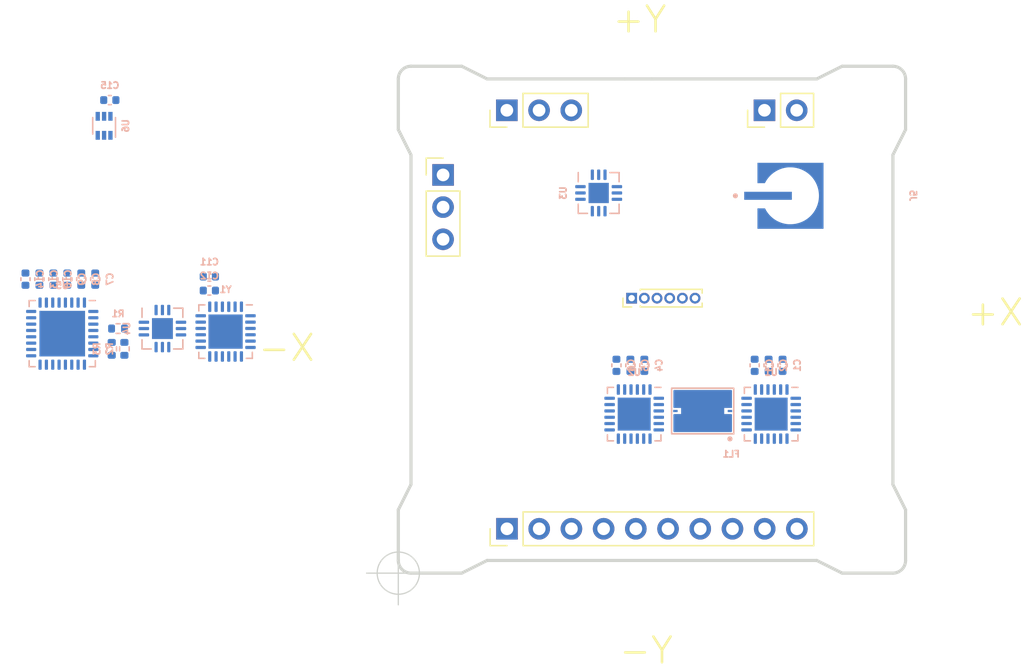
<source format=kicad_pcb>
(kicad_pcb (version 20211014) (generator pcbnew)
  (layers (0 "F.Cu" signal) (31 "B.Cu" signal) (34 "B.Paste" user) (35 "F.Paste" user) (36 "B.SilkS" user "B.Silkscreen") (37 "F.SilkS" user "F.Silkscreen") (38 "B.Mask" user) (39 "F.Mask" user) (44 "Edge.Cuts" user))
  (net 0 "")
  (net 1 "Vcc_LNA")
  (net 2 "GND")
  (net 3 "Vcc_LO1Amp")
  (net 4 "Vcc_VCO")
  (net 5 "VCC")
  (net 6 "SCL")
  (net 7 "SDA")
  (net 8 "DAC_PL2")
  (net 9 "ADC_PL2")
  (net 10 "IF1_In")
  (net 11 "VTune1")
  (net 12 "RSSI_Out")
  (net 13 "VTune2")
  (net 14 "Vcc_IF1Amp")
  (net 15 "Vcc_IF2Amp1")
  (net 16 "3V")
  (net 17 "Vcc_IF2Amp2")
  (net 18 "/Mult_Out")
  (net 19 "/Att_Out")
  (net 20 "/RF_LNA1_Out")
  (net 21 "/RF_FL_Out")
  (net 23 "RF_In")
  (net 40 "Vcc_LNA1")
  (net 41 "Vcc_LNA2")
  (net 42 "PoL")
  (net 51 "/RF_LNA2_Out")
  (net 58 "LO1")
  (net 63 "/VCO1_Out")
  (footprint "AutoGenerated:MountingHole_3.50mm" (layer "F.Cu") (at 123.5 115.5)
    (fp_text reference "" hide)
    (fp_text value "" (at 0 0) (layer "F.SilkS") (effects (font (size 1.27 1.27))))
    (pad "" np_thru_hole circle locked (at 0 0) (size 3.5 3.5) (drill 3.5) (layers *.Cu *.Mask))
  )
  (footprint "AutoGenerated:MountingHole_3.50mm" (layer "F.Cu") (at 156.5 115.5)
    (fp_text reference "" hide)
    (fp_text value "" (at 0 0) (layer "F.SilkS") (effects (font (size 1.27 1.27))))
    (pad "" np_thru_hole circle locked (at 0 0) (size 3.5 3.5) (drill 3.5) (layers *.Cu *.Mask))
  )
  (footprint "Connector_PinHeader_2.54mm:PinHeader_1x03_P2.54mm_Vertical" (layer "F.Cu") (at 123.5306 87.5752)
    (fp_text reference "J4" hide)
    (fp_text value "Conn_01x03")
    (fp_line (start -1.33 1.27) (end 1.33 1.27) (layer "F.SilkS") (width 0.12))
    (fp_line (start -1.33 0) (end -1.33 -1.33) (layer "F.SilkS") (width 0.12))
    (fp_line (start -1.33 6.41) (end 1.33 6.41) (layer "F.SilkS") (width 0.12))
    (fp_line (start 1.33 1.27) (end 1.33 6.41) (layer "F.SilkS") (width 0.12))
    (fp_line (start -1.33 1.27) (end -1.33 6.41) (layer "F.SilkS") (width 0.12))
    (fp_line (start -1.33 -1.33) (end 0 -1.33) (layer "F.SilkS") (width 0.12))
    (pad "1" thru_hole rect (at 0 0) (size 1.7 1.7) (drill 1) (layers *.Cu *.Mask) (net 2 "GND"))
    (pad "2" thru_hole oval (at 0 2.54) (size 1.7 1.7) (drill 1) (layers *.Cu *.Mask) (net 9 "ADC_PL2"))
    (pad "3" thru_hole oval (at 0 5.08) (size 1.7 1.7) (drill 1) (layers *.Cu *.Mask) (net 8 "DAC_PL2"))
  )
  (footprint "Connector_PinHeader_2.54mm:PinHeader_1x10_P2.54mm_Vertical" (layer "F.Cu") (at 128.57 115.5 90)
    (fp_text reference "J6" hide)
    (fp_text value "Conn_01x10")
    (fp_line (start -1.33 1.27) (end 1.33 1.27) (layer "F.SilkS") (width 0.12))
    (fp_line (start -1.33 24.19) (end 1.33 24.19) (layer "F.SilkS") (width 0.12))
    (fp_line (start -1.33 1.27) (end -1.33 24.19) (layer "F.SilkS") (width 0.12))
    (fp_line (start -1.33 0) (end -1.33 -1.33) (layer "F.SilkS") (width 0.12))
    (fp_line (start 1.33 1.27) (end 1.33 24.19) (layer "F.SilkS") (width 0.12))
    (fp_line (start -1.33 -1.33) (end 0 -1.33) (layer "F.SilkS") (width 0.12))
    (pad "1" thru_hole rect (at 0 0 90) (size 1.7 1.7) (drill 1) (layers *.Cu *.Mask) (net 4 "Vcc_VCO"))
    (pad "2" thru_hole oval (at 0 2.54 90) (size 1.7 1.7) (drill 1) (layers *.Cu *.Mask) (net 13 "VTune2"))
    (pad "3" thru_hole oval (at 0 5.08 90) (size 1.7 1.7) (drill 1) (layers *.Cu *.Mask) (net 2 "GND"))
    (pad "4" thru_hole oval (at 0 7.62 90) (size 1.7 1.7) (drill 1) (layers *.Cu *.Mask) (net 2 "GND"))
    (pad "5" thru_hole oval (at 0 10.16 90) (size 1.7 1.7) (drill 1) (layers *.Cu *.Mask) (net 42 "PoL"))
    (pad "6" thru_hole oval (at 0 12.7 90) (size 1.7 1.7) (drill 1) (layers *.Cu *.Mask) (net 15 "Vcc_IF2Amp1"))
    (pad "7" thru_hole oval (at 0 15.24 90) (size 1.7 1.7) (drill 1) (layers *.Cu *.Mask) (net 17 "Vcc_IF2Amp2"))
    (pad "8" thru_hole oval (at 0 17.78 90) (size 1.7 1.7) (drill 1) (layers *.Cu *.Mask) (net 16 "3V"))
    (pad "9" thru_hole oval (at 0 20.32 90) (size 1.7 1.7) (drill 1) (layers *.Cu *.Mask) (net 12 "RSSI_Out"))
    (pad "10" thru_hole oval (at 0 22.86 90) (size 1.7 1.7) (drill 1) (layers *.Cu *.Mask) (net 2 "GND"))
  )
  (footprint "Connector_PinHeader_2.54mm:PinHeader_1x02_P2.54mm_Vertical" (layer "F.Cu") (at 148.8748 82.4748 90)
    (fp_text reference "J2" hide)
    (fp_text value "Conn_01x02")
    (fp_line (start -1.33 3.87) (end 1.33 3.87) (layer "F.SilkS") (width 0.12))
    (fp_line (start -1.33 -1.33) (end 0 -1.33) (layer "F.SilkS") (width 0.12))
    (fp_line (start -1.33 0) (end -1.33 -1.33) (layer "F.SilkS") (width 0.12))
    (fp_line (start -1.33 1.27) (end 1.33 1.27) (layer "F.SilkS") (width 0.12))
    (fp_line (start 1.33 1.27) (end 1.33 3.87) (layer "F.SilkS") (width 0.12))
    (fp_line (start -1.33 1.27) (end -1.33 3.87) (layer "F.SilkS") (width 0.12))
    (pad "1" thru_hole rect (at 0 0 90) (size 1.7 1.7) (drill 1) (layers *.Cu *.Mask) (net 2 "GND"))
    (pad "2" thru_hole oval (at 0 2.54 90) (size 1.7 1.7) (drill 1) (layers *.Cu *.Mask) (net 5 "VCC"))
  )
  (footprint "AutoGenerated:MountingHole_3.50mm" (layer "F.Cu") (at 123.5 82.5)
    (fp_text reference "" hide)
    (fp_text value "" (at 0 0) (layer "F.SilkS") (effects (font (size 1.27 1.27))))
    (pad "" np_thru_hole circle locked (at 0 0) (size 3.5 3.5) (drill 3.5) (layers *.Cu *.Mask))
  )
  (footprint "AutoGenerated:MountingHole_3.50mm" (layer "F.Cu") (at 156.5 82.5)
    (fp_text reference "" hide)
    (fp_text value "" (at 0 0) (layer "F.SilkS") (effects (font (size 1.27 1.27))))
    (pad "" np_thru_hole circle locked (at 0 0) (size 3.5 3.5) (drill 3.5) (layers *.Cu *.Mask))
  )
  (footprint "Connector_PinHeader_1.00mm:PinHeader_1x06_P1.00mm_Vertical" (layer "F.Cu") (at 138.399999 97.3 90)
    (fp_text reference "J3" hide)
    (fp_text value "Conn_01x06_Female")
    (fp_line (start 0.394493 5.56) (end 0.695 5.56) (layer "F.SilkS") (width 0.12))
    (fp_line (start -0.695 0) (end -0.695 -0.685) (layer "F.SilkS") (width 0.12))
    (fp_line (start 0.695 0.685) (end 0.695 5.56) (layer "F.SilkS") (width 0.12))
    (fp_line (start -0.695 5.56) (end -0.394493 5.56) (layer "F.SilkS") (width 0.12))
    (fp_line (start -0.695 -0.685) (end 0 -0.685) (layer "F.SilkS") (width 0.12))
    (fp_line (start -0.695 0.685) (end -0.608276 0.685) (layer "F.SilkS") (width 0.12))
    (fp_line (start -0.695 0.685) (end -0.695 5.56) (layer "F.SilkS") (width 0.12))
    (fp_line (start 0.608276 0.685) (end 0.695 0.685) (layer "F.SilkS") (width 0.12))
    (pad "1" thru_hole rect (at 0 0 90) (size 0.85 0.85) (drill 0.5) (layers *.Cu *.Mask) (net 11 "VTune1"))
    (pad "2" thru_hole oval (at 0 1 90) (size 0.85 0.85) (drill 0.5) (layers *.Cu *.Mask) (net 3 "Vcc_LO1Amp"))
    (pad "3" thru_hole oval (at 0 2 90) (size 0.85 0.85) (drill 0.5) (layers *.Cu *.Mask) (net 14 "Vcc_IF1Amp"))
    (pad "4" thru_hole oval (at 0 3 90) (size 0.85 0.85) (drill 0.5) (layers *.Cu *.Mask) (net 40 "Vcc_LNA1"))
    (pad "5" thru_hole oval (at 0 4 90) (size 0.85 0.85) (drill 0.5) (layers *.Cu *.Mask) (net 41 "Vcc_LNA2"))
    (pad "6" thru_hole oval (at 0 5 90) (size 0.85 0.85) (drill 0.5) (layers *.Cu *.Mask) (net 4 "Vcc_VCO"))
  )
  (footprint "Connector_PinHeader_2.54mm:PinHeader_1x03_P2.54mm_Vertical" (layer "F.Cu") (at 128.5598 82.4748 90)
    (fp_text reference "J1" hide)
    (fp_text value "Conn_01x03")
    (fp_line (start 1.33 1.27) (end 1.33 6.41) (layer "F.SilkS") (width 0.12))
    (fp_line (start -1.33 -1.33) (end 0 -1.33) (layer "F.SilkS") (width 0.12))
    (fp_line (start -1.33 6.41) (end 1.33 6.41) (layer "F.SilkS") (width 0.12))
    (fp_line (start -1.33 0) (end -1.33 -1.33) (layer "F.SilkS") (width 0.12))
    (fp_line (start -1.33 1.27) (end -1.33 6.41) (layer "F.SilkS") (width 0.12))
    (fp_line (start -1.33 1.27) (end 1.33 1.27) (layer "F.SilkS") (width 0.12))
    (pad "1" thru_hole rect (at 0 0 90) (size 1.7 1.7) (drill 1) (layers *.Cu *.Mask) (net 7 "SDA"))
    (pad "2" thru_hole oval (at 0 2.54 90) (size 1.7 1.7) (drill 1) (layers *.Cu *.Mask) (net 6 "SCL"))
    (pad "3" thru_hole oval (at 0 5.08 90) (size 1.7 1.7) (drill 1) (layers *.Cu *.Mask) (net 2 "GND"))
  )
  (footprint "Capacitor_SMD:C_0402_1005Metric" (layer "B.Cu") (at 92.8 95.8 90)
    (fp_text reference "C10" (at 0 1.16 90) (layer "B.SilkS") (effects (font (size 0.508 0.508)) (justify mirror)))
    (fp_text value "C")
    (fp_line (start -0.107836 -0.36) (end 0.107836 -0.36) (layer "B.SilkS") (width 0.12))
    (fp_line (start -0.107836 0.36) (end 0.107836 0.36) (layer "B.SilkS") (width 0.12))
    (pad "1" smd roundrect (at -0.48 0 90) (size 0.56 0.62) (layers "B.Cu" "B.Paste" "B.Mask") (net 3 "Vcc_LO1Amp"))
    (pad "2" smd roundrect (at 0.48 0 90) (size 0.56 0.62) (layers "B.Cu" "B.Paste" "B.Mask") (net 2 "GND"))
  )
  (footprint "Capacitor_SMD:C_0402_1005Metric" (layer "B.Cu") (at 91.7 95.8 90)
    (fp_text reference "C13" (at 0 1.16 90) (layer "B.SilkS") (effects (font (size 0.508 0.508)) (justify mirror)))
    (fp_text value "C")
    (fp_line (start -0.107836 0.36) (end 0.107836 0.36) (layer "B.SilkS") (width 0.12))
    (fp_line (start -0.107836 -0.36) (end 0.107836 -0.36) (layer "B.SilkS") (width 0.12))
    (pad "1" smd roundrect (at -0.48 0 90) (size 0.56 0.62) (layers "B.Cu" "B.Paste" "B.Mask") (net 3 "Vcc_LO1Amp"))
    (pad "2" smd roundrect (at 0.48 0 90) (size 0.56 0.62) (layers "B.Cu" "B.Paste" "B.Mask") (net 2 "GND"))
  )
  (footprint "Capacitor_SMD:C_0402_1005Metric" (layer "B.Cu") (at 137.2 102.6 90)
    (fp_text reference "C6" (at 0 1.16 90) (layer "B.SilkS") (effects (font (size 0.508 0.508)) (justify mirror)))
    (fp_text value "C")
    (fp_line (start -0.107836 0.36) (end 0.107836 0.36) (layer "B.SilkS") (width 0.12))
    (fp_line (start -0.107836 -0.36) (end 0.107836 -0.36) (layer "B.SilkS") (width 0.12))
    (pad "1" smd roundrect (at -0.48 0 90) (size 0.56 0.62) (layers "B.Cu" "B.Paste" "B.Mask") (net 1 "Vcc_LNA"))
    (pad "2" smd roundrect (at 0.48 0 90) (size 0.56 0.62) (layers "B.Cu" "B.Paste" "B.Mask") (net 2 "GND"))
  )
  (footprint "Capacitor_SMD:C_0402_1005Metric" (layer "B.Cu") (at 93.9 95.8 90)
    (fp_text reference "C9" (at 0 1.16 90) (layer "B.SilkS") (effects (font (size 0.508 0.508)) (justify mirror)))
    (fp_text value "C")
    (fp_line (start -0.107836 0.36) (end 0.107836 0.36) (layer "B.SilkS") (width 0.12))
    (fp_line (start -0.107836 -0.36) (end 0.107836 -0.36) (layer "B.SilkS") (width 0.12))
    (pad "1" smd roundrect (at -0.48 0 90) (size 0.56 0.62) (layers "B.Cu" "B.Paste" "B.Mask") (net 3 "Vcc_LO1Amp"))
    (pad "2" smd roundrect (at 0.48 0 90) (size 0.56 0.62) (layers "B.Cu" "B.Paste" "B.Mask") (net 2 "GND"))
  )
  (footprint "Capacitor_SMD:C_0402_1005Metric" (layer "B.Cu") (at 148.1 102.6 90)
    (fp_text reference "C3" (at 0 1.16 90) (layer "B.SilkS") (effects (font (size 0.508 0.508)) (justify mirror)))
    (fp_text value "C")
    (fp_line (start -0.107836 0.36) (end 0.107836 0.36) (layer "B.SilkS") (width 0.12))
    (fp_line (start -0.107836 -0.36) (end 0.107836 -0.36) (layer "B.SilkS") (width 0.12))
    (pad "1" smd roundrect (at -0.48 0 90) (size 0.56 0.62) (layers "B.Cu" "B.Paste" "B.Mask") (net 1 "Vcc_LNA"))
    (pad "2" smd roundrect (at 0.48 0 90) (size 0.56 0.62) (layers "B.Cu" "B.Paste" "B.Mask") (net 2 "GND"))
  )
  (footprint "Capacitor_SMD:C_0402_1005Metric" (layer "B.Cu") (at 90.6 95.8 90)
    (fp_text reference "C14" (at 0 1.16 90) (layer "B.SilkS") (effects (font (size 0.508 0.508)) (justify mirror)))
    (fp_text value "C")
    (fp_line (start -0.107836 0.36) (end 0.107836 0.36) (layer "B.SilkS") (width 0.12))
    (fp_line (start -0.107836 -0.36) (end 0.107836 -0.36) (layer "B.SilkS") (width 0.12))
    (pad "1" smd roundrect (at -0.48 0 90) (size 0.56 0.62) (layers "B.Cu" "B.Paste" "B.Mask") (net 3 "Vcc_LO1Amp"))
    (pad "2" smd roundrect (at 0.48 0 90) (size 0.56 0.62) (layers "B.Cu" "B.Paste" "B.Mask") (net 2 "GND"))
  )
  (footprint "Capacitor_SMD:C_0402_1005Metric" (layer "B.Cu") (at 97.250476 81.67 180)
    (fp_text reference "C15" (at 0 1.16) (layer "B.SilkS") (effects (font (size 0.508 0.508)) (justify mirror)))
    (fp_text value "100nF")
    (fp_line (start -0.107836 -0.36) (end 0.107836 -0.36) (layer "B.SilkS") (width 0.12))
    (fp_line (start -0.107836 0.36) (end 0.107836 0.36) (layer "B.SilkS") (width 0.12))
    (pad "1" smd roundrect (at -0.48 0 180) (size 0.56 0.62) (layers "B.Cu" "B.Paste" "B.Mask") (net 2 "GND"))
    (pad "2" smd roundrect (at 0.48 0 180) (size 0.56 0.62) (layers "B.Cu" "B.Paste" "B.Mask") (net 16 "3V"))
  )
  (footprint "Capacitor_SMD:C_0402_1005Metric" (layer "B.Cu") (at 96.1 95.8 90)
    (fp_text reference "C7" (at 0 1.16 90) (layer "B.SilkS") (effects (font (size 0.508 0.508)) (justify mirror)))
    (fp_text value "C")
    (fp_line (start -0.107836 -0.36) (end 0.107836 -0.36) (layer "B.SilkS") (width 0.12))
    (fp_line (start -0.107836 0.36) (end 0.107836 0.36) (layer "B.SilkS") (width 0.12))
    (pad "1" smd roundrect (at -0.48 0 90) (size 0.56 0.62) (layers "B.Cu" "B.Paste" "B.Mask") (net 3 "Vcc_LO1Amp"))
    (pad "2" smd roundrect (at 0.48 0 90) (size 0.56 0.62) (layers "B.Cu" "B.Paste" "B.Mask") (net 2 "GND"))
  )
  (footprint "GGS_Connectors:SMP_StraightPlugPCB" (layer "B.Cu") (at 150.83 89.211 90)
    (fp_text reference "J5" (at 0 9.755 270 unlocked) (layer "B.SilkS") (effects (font (size 0.508 0.508)) (justify mirror)))
    (fp_text value "SMP")
    (fp_circle (center -0.011 -4.251) (end 0.089 -4.251) (layer "B.SilkS") (width 0.2) (fill none))
    (pad "1" smd rect (at -0.011 -1.6759 90) (size 0.635 3.758199) (layers "B.Cu" "B.Paste" "B.Mask") (net 10 "IF1_In"))
    (pad "2" smd custom (at -2.011 -1.905 90) (size 0.48 0.48) (layers "B.Cu") (net 2 "GND") (options (clearance outline) (anchor rect)) (primitives (gr_poly (pts (xy 4.6 -0.6) (xy 3 -0.6) (xy 3 -0.02) (xy 3.062 0.012) (xy 3.13 0.05) (xy 3.197 0.09) (xy 3.263 0.133) (xy 3.328 0.178) (xy 3.39 0.225) (xy 3.451 0.274) (xy 3.511 0.326) (xy 3.568 0.38) (xy 3.624 0.435) (xy 3.677 0.492) (xy 3.729 0.552) (xy 3.778 0.613) (xy 3.825 0.675) (xy 3.87 0.74) (xy 3.913 0.806) (xy 3.953 0.873) (xy 3.992 0.942) (xy 4.027 1.011) (xy 4.06 1.083) (xy 4.091 1.155) (xy 4.119 1.228) (xy 4.145 1.302) (xy 4.168 1.378) (xy 4.188 1.453) (xy 4.206 1.53) (xy 4.221 1.607) (xy 4.233 1.684) (xy 4.243 1.762) (xy 4.25 1.85) (xy 4.25 2) (xy 4.247 2.118) (xy 4.238 2.235) (xy 4.222 2.352) (xy 4.201 2.468) (xy 4.173 2.582) (xy 4.14 2.695) (xy 4.101 2.806) (xy 4.055 2.915) (xy 4.005 3.021) (xy 3.949 3.125) (xy 3.887 3.225) (xy 3.82 3.323) (xy 3.749 3.416) (xy 3.672 3.506) (xy 3.591 3.591) (xy 3.506 3.672) (xy 3.416 3.749) (xy 3.323 3.82) (xy 3.225 3.887) (xy 3.125 3.949) (xy 3.021 4.005) (xy 2.915 4.055) (xy 2.806 4.101) (xy 2.695 4.14) (xy 2.582 4.173) (xy 2.468 4.201) (xy 2.352 4.222) (xy 2.235 4.238) (xy 2.118 4.247) (xy 2 4.25) (xy 1.882 4.247) (xy 1.765 4.238) (xy 1.648 4.222) (xy 1.532 4.201) (xy 1.418 4.173) (xy 1.305 4.14) (xy 1.194 4.101) (xy 1.085 4.055) (xy 0.979 4.005) (xy 0.875 3.949) (xy 0.775 3.887) (xy 0.677 3.82) (xy 0.584 3.749) (xy 0.494 3.672) (xy 0.409 3.591) (xy 0.328 3.506) (xy 0.251 3.416) (xy 0.18 3.323) (xy 0.113 3.225) (xy 0.051 3.125) (xy -0.005 3.021) (xy -0.055 2.915) (xy -0.101 2.806) (xy -0.14 2.695) (xy -0.173 2.582) (xy -0.201 2.468) (xy -0.222 2.352) (xy -0.238 2.235) (xy -0.247 2.118) (xy -0.25 2) (xy -0.25 1.85) (xy -0.243 1.768) (xy -0.233 1.691) (xy -0.221 1.613) (xy -0.206 1.537) (xy -0.189 1.46) (xy -0.168 1.385) (xy -0.146 1.31) (xy -0.12 1.236) (xy -0.092 1.163) (xy -0.061 1.091) (xy -0.028 1.02) (xy 0.007 0.95) (xy 0.045 0.882) (xy 0.085 0.815) (xy 0.128 0.749) (xy 0.173 0.685) (xy 0.22 0.623) (xy 0.269 0.562) (xy 0.32 0.503) (xy 0.374 0.446) (xy 0.429 0.39) (xy 0.486 0.337) (xy 0.545 0.286) (xy 0.606 0.237) (xy 0.669 0.19) (xy 0.733 0.145) (xy 0.798 0.102) (xy 0.865 0.062) (xy 0.934 0.024) (xy 1 -0.01) (xy 1 -0.6) (xy -0.6 -0.6) (xy -0.6 4.6) (xy 4.6 4.6)) (width 0.01) (fill yes))))
  )
  (footprint "Capacitor_SMD:C_0402_1005Metric" (layer "B.Cu") (at 150.3 102.6 90)
    (fp_text reference "C1" (at 0 1.16 90) (layer "B.SilkS") (effects (font (size 0.508 0.508)) (justify mirror)))
    (fp_text value "C")
    (fp_line (start -0.107836 -0.36) (end 0.107836 -0.36) (layer "B.SilkS") (width 0.12))
    (fp_line (start -0.107836 0.36) (end 0.107836 0.36) (layer "B.SilkS") (width 0.12))
    (pad "1" smd roundrect (at -0.48 0 90) (size 0.56 0.62) (layers "B.Cu" "B.Paste" "B.Mask") (net 1 "Vcc_LNA"))
    (pad "2" smd roundrect (at 0.48 0 90) (size 0.56 0.62) (layers "B.Cu" "B.Paste" "B.Mask") (net 2 "GND"))
  )
  (footprint "Package_DFN_QFN:QFN-24-1EP_4x4mm_P0.5mm_EP2.6x2.6mm" (layer "B.Cu") (at 138.6 106.45 180)
    (fp_text reference "U2" (at 0 3.3) (layer "B.SilkS") (effects (font (size 0.508 0.508)) (justify mirror)))
    (fp_text value "HMC342")
    (fp_line (start 1.635 2.11) (end 2.11 2.11) (layer "B.SilkS") (width 0.12))
    (fp_line (start 2.11 2.11) (end 2.11 1.635) (layer "B.SilkS") (width 0.12))
    (fp_line (start -1.635 -2.11) (end -2.11 -2.11) (layer "B.SilkS") (width 0.12))
    (fp_line (start -1.635 2.11) (end -2.11 2.11) (layer "B.SilkS") (width 0.12))
    (fp_line (start -2.11 -2.11) (end -2.11 -1.635) (layer "B.SilkS") (width 0.12))
    (fp_line (start 2.11 -2.11) (end 2.11 -1.635) (layer "B.SilkS") (width 0.12))
    (fp_line (start 1.635 -2.11) (end 2.11 -2.11) (layer "B.SilkS") (width 0.12))
    (pad "1" smd roundrect (at -1.9375 1.25 180) (size 0.825 0.25) (layers "B.Cu" "B.Paste" "B.Mask"))
    (pad "2" smd roundrect (at -1.9375 0.75 180) (size 0.825 0.25) (layers "B.Cu" "B.Paste" "B.Mask") (net 2 "GND"))
    (pad "3" smd roundrect (at -1.9375 0.25 180) (size 0.825 0.25) (layers "B.Cu" "B.Paste" "B.Mask") (net 21 "/RF_FL_Out"))
    (pad "4" smd roundrect (at -1.9375 -0.25 180) (size 0.825 0.25) (layers "B.Cu" "B.Paste" "B.Mask") (net 2 "GND"))
    (pad "5" smd roundrect (at -1.9375 -0.75 180) (size 0.825 0.25) (layers "B.Cu" "B.Paste" "B.Mask"))
    (pad "6" smd roundrect (at -1.9375 -1.25 180) (size 0.825 0.25) (layers "B.Cu" "B.Paste" "B.Mask"))
    (pad "7" smd roundrect (at -1.25 -1.9375 180) (size 0.25 0.825) (layers "B.Cu" "B.Paste" "B.Mask"))
    (pad "8" smd roundrect (at -0.75 -1.9375 180) (size 0.25 0.825) (layers "B.Cu" "B.Paste" "B.Mask"))
    (pad "9" smd roundrect (at -0.25 -1.9375 180) (size 0.25 0.825) (layers "B.Cu" "B.Paste" "B.Mask"))
    (pad "10" smd roundrect (at 0.25 -1.9375 180) (size 0.25 0.825) (layers "B.Cu" "B.Paste" "B.Mask"))
    (pad "11" smd roundrect (at 0.75 -1.9375 180) (size 0.25 0.825) (layers "B.Cu" "B.Paste" "B.Mask"))
    (pad "12" smd roundrect (at 1.25 -1.9375 180) (size 0.25 0.825) (layers "B.Cu" "B.Paste" "B.Mask"))
    (pad "13" smd roundrect (at 1.9375 -1.25 180) (size 0.825 0.25) (layers "B.Cu" "B.Paste" "B.Mask"))
    (pad "14" smd roundrect (at 1.9375 -0.75 180) (size 0.825 0.25) (layers "B.Cu" "B.Paste" "B.Mask"))
    (pad "15" smd roundrect (at 1.9375 -0.25 180) (size 0.825 0.25) (layers "B.Cu" "B.Paste" "B.Mask") (net 2 "GND"))
    (pad "16" smd roundrect (at 1.9375 0.25 180) (size 0.825 0.25) (layers "B.Cu" "B.Paste" "B.Mask") (net 51 "/RF_LNA2_Out"))
    (pad "17" smd roundrect (at 1.9375 0.75 180) (size 0.825 0.25) (layers "B.Cu" "B.Paste" "B.Mask") (net 2 "GND"))
    (pad "18" smd roundrect (at 1.9375 1.25 180) (size 0.825 0.25) (layers "B.Cu" "B.Paste" "B.Mask"))
    (pad "19" smd roundrect (at 1.25 1.9375 180) (size 0.25 0.825) (layers "B.Cu" "B.Paste" "B.Mask"))
    (pad "20" smd roundrect (at 0.75 1.9375 180) (size 0.25 0.825) (layers "B.Cu" "B.Paste" "B.Mask"))
    (pad "21" smd roundrect (at 0.25 1.9375 180) (size 0.25 0.825) (layers "B.Cu" "B.Paste" "B.Mask") (net 1 "Vcc_LNA"))
    (pad "22" smd roundrect (at -0.25 1.9375 180) (size 0.25 0.825) (layers "B.Cu" "B.Paste" "B.Mask"))
    (pad "23" smd roundrect (at -0.75 1.9375 180) (size 0.25 0.825) (layers "B.Cu" "B.Paste" "B.Mask"))
    (pad "24" smd roundrect (at -1.25 1.9375 180) (size 0.25 0.825) (layers "B.Cu" "B.Paste" "B.Mask"))
    (pad "25" smd rect (at 0 0 180) (size 2.6 2.6) (layers "B.Cu" "B.Mask") (net 2 "GND"))
  )
  (footprint "GGS_RF:NM1812C-2" (layer "B.Cu") (at 146.25 109.805 180)
    (fp_text reference "FL1" (at 0 0.2 unlocked) (layer "B.SilkS") (effects (font (size 0.508 0.508)) (justify mirror)))
    (fp_text value "BFHK-2582+")
    (fp_poly (pts (xy 4.5 3.9) (xy 3.89 3.9) (xy 3.89 3.3) (xy 4.5 3.3) (xy 4.5 2) (xy 0 2) (xy 0 3.3) (xy 0.61 3.3) (xy 0.61 3.9) (xy 0 3.9) (xy 0 5.2) (xy 4.5 5.2)) (layer "B.Cu") (width 0.12) (fill solid))
    (fp_rect (start -0.2 1.8) (end 4.7 5.4) (layer "B.SilkS") (width 0.12) (fill none))
    (fp_circle (center 0.1 1.4) (end 0.241421 1.4) (layer "B.SilkS") (width 0.12) (fill solid))
    (pad "1" smd rect (at 0.1 3.6 180) (size 0.35 0.18) (layers "B.Cu" "B.Paste" "B.Mask") (net 20 "/RF_LNA1_Out"))
    (pad "2" smd rect (at 4.4 3.6 180) (size 0.35 0.18) (layers "B.Cu" "B.Paste" "B.Mask") (net 21 "/RF_FL_Out"))
    (pad "3" smd roundrect (at 2.2 3.6 180) (size 0.35 0.18) (layers "B.Cu" "B.Paste" "B.Mask") (net 2 "GND"))
  )
  (footprint "Package_DFN_QFN:QFN-24-1EP_4x4mm_P0.5mm_EP2.7x2.7mm" (layer "B.Cu") (at 106.379524 99.94 180)
    (fp_text reference "Y1" (at 0 3.32) (layer "B.SilkS") (effects (font (size 0.508 0.508)) (justify mirror)))
    (fp_text value "HMC506")
    (fp_line (start 1.635 -2.11) (end 2.11 -2.11) (layer "B.SilkS") (width 0.12))
    (fp_line (start -2.11 -2.11) (end -2.11 -1.635) (layer "B.SilkS") (width 0.12))
    (fp_line (start 2.11 -2.11) (end 2.11 -1.635) (layer "B.SilkS") (width 0.12))
    (fp_line (start -1.635 2.11) (end -2.11 2.11) (layer "B.SilkS") (width 0.12))
    (fp_line (start 2.11 2.11) (end 2.11 1.635) (layer "B.SilkS") (width 0.12))
    (fp_line (start 1.635 2.11) (end 2.11 2.11) (layer "B.SilkS") (width 0.12))
    (fp_line (start -1.635 -2.11) (end -2.11 -2.11) (layer "B.SilkS") (width 0.12))
    (pad "1" smd roundrect (at -1.9625 1.25 180) (size 0.825 0.25) (layers "B.Cu" "B.Paste" "B.Mask"))
    (pad "2" smd roundrect (at -1.9625 0.75 180) (size 0.825 0.25) (layers "B.Cu" "B.Paste" "B.Mask"))
    (pad "3" smd roundrect (at -1.9625 0.25 180) (size 0.825 0.25) (layers "B.Cu" "B.Paste" "B.Mask"))
    (pad "4" smd roundrect (at -1.9625 -0.25 180) (size 0.825 0.25) (layers "B.Cu" "B.Paste" "B.Mask"))
    (pad "5" smd roundrect (at -1.9625 -0.75 180) (size 0.825 0.25) (layers "B.Cu" "B.Paste" "B.Mask"))
    (pad "6" smd roundrect (at -1.9625 -1.25 180) (size 0.825 0.25) (layers "B.Cu" "B.Paste" "B.Mask"))
    (pad "7" smd roundrect (at -1.25 -1.9625 180) (size 0.25 0.825) (layers "B.Cu" "B.Paste" "B.Mask"))
    (pad "8" smd roundrect (at -0.75 -1.9625 180) (size 0.25 0.825) (layers "B.Cu" "B.Paste" "B.Mask"))
    (pad "9" smd roundrect (at -0.25 -1.9625 180) (size 0.25 0.825) (layers "B.Cu" "B.Paste" "B.Mask"))
    (pad "10" smd roundrect (at 0.25 -1.9625 180) (size 0.25 0.825) (layers "B.Cu" "B.Paste" "B.Mask"))
    (pad "11" smd roundrect (at 0.75 -1.9625 180) (size 0.25 0.825) (layers "B.Cu" "B.Paste" "B.Mask"))
    (pad "12" smd roundrect (at 1.25 -1.9625 180) (size 0.25 0.825) (layers "B.Cu" "B.Paste" "B.Mask"))
    (pad "13" smd roundrect (at 1.9625 -1.25 180) (size 0.825 0.25) (layers "B.Cu" "B.Paste" "B.Mask"))
    (pad "14" smd roundrect (at 1.9625 -0.75 180) (size 0.825 0.25) (layers "B.Cu" "B.Paste" "B.Mask"))
    (pad "15" smd roundrect (at 1.9625 -0.25 180) (size 0.825 0.25) (layers "B.Cu" "B.Paste" "B.Mask") (net 2 "GND"))
    (pad "16" smd roundrect (at 1.9625 0.25 180) (size 0.825 0.25) (layers "B.Cu" "B.Paste" "B.Mask") (net 63 "/VCO1_Out"))
    (pad "17" smd roundrect (at 1.9625 0.75 180) (size 0.825 0.25) (layers "B.Cu" "B.Paste" "B.Mask"))
    (pad "18" smd roundrect (at 1.9625 1.25 180) (size 0.825 0.25) (layers "B.Cu" "B.Paste" "B.Mask"))
    (pad "19" smd roundrect (at 1.25 1.9625 180) (size 0.25 0.825) (layers "B.Cu" "B.Paste" "B.Mask"))
    (pad "20" smd roundrect (at 0.75 1.9625 180) (size 0.25 0.825) (layers "B.Cu" "B.Paste" "B.Mask") (net 4 "Vcc_VCO"))
    (pad "21" smd roundrect (at 0.25 1.9625 180) (size 0.25 0.825) (layers "B.Cu" "B.Paste" "B.Mask"))
    (pad "22" smd roundrect (at -0.25 1.9625 180) (size 0.25 0.825) (layers "B.Cu" "B.Paste" "B.Mask") (net 11 "VTune1"))
    (pad "23" smd roundrect (at -0.75 1.9625 180) (size 0.25 0.825) (layers "B.Cu" "B.Paste" "B.Mask"))
    (pad "24" smd roundrect (at -1.25 1.9625 180) (size 0.25 0.825) (layers "B.Cu" "B.Paste" "B.Mask"))
    (pad "25" smd rect (at 0 0 180) (size 2.7 2.7) (layers "B.Cu" "B.Mask") (net 2 "GND"))
  )
  (footprint "Capacitor_SMD:C_0402_1005Metric" (layer "B.Cu") (at 105.1 95.6 180)
    (fp_text reference "C11" (at 0 1.16) (layer "B.SilkS") (effects (font (size 0.508 0.508)) (justify mirror)))
    (fp_text value "C")
    (fp_line (start -0.107836 -0.36) (end 0.107836 -0.36) (layer "B.SilkS") (width 0.12))
    (fp_line (start -0.107836 0.36) (end 0.107836 0.36) (layer "B.SilkS") (width 0.12))
    (pad "1" smd roundrect (at -0.48 0 180) (size 0.56 0.62) (layers "B.Cu" "B.Paste" "B.Mask") (net 4 "Vcc_VCO"))
    (pad "2" smd roundrect (at 0.48 0 180) (size 0.56 0.62) (layers "B.Cu" "B.Paste" "B.Mask") (net 2 "GND"))
  )
  (footprint "Package_DFN_QFN:QFN-24-1EP_4x4mm_P0.5mm_EP2.6x2.6mm" (layer "B.Cu") (at 149.4 106.45 180)
    (fp_text reference "U1" (at 0 3.3) (layer "B.SilkS") (effects (font (size 0.508 0.508)) (justify mirror)))
    (fp_text value "HMC342")
    (fp_line (start 1.635 2.11) (end 2.11 2.11) (layer "B.SilkS") (width 0.12))
    (fp_line (start -1.635 -2.11) (end -2.11 -2.11) (layer "B.SilkS") (width 0.12))
    (fp_line (start 1.635 -2.11) (end 2.11 -2.11) (layer "B.SilkS") (width 0.12))
    (fp_line (start -1.635 2.11) (end -2.11 2.11) (layer "B.SilkS") (width 0.12))
    (fp_line (start 2.11 -2.11) (end 2.11 -1.635) (layer "B.SilkS") (width 0.12))
    (fp_line (start -2.11 -2.11) (end -2.11 -1.635) (layer "B.SilkS") (width 0.12))
    (fp_line (start 2.11 2.11) (end 2.11 1.635) (layer "B.SilkS") (width 0.12))
    (pad "1" smd roundrect (at -1.9375 1.25 180) (size 0.825 0.25) (layers "B.Cu" "B.Paste" "B.Mask"))
    (pad "2" smd roundrect (at -1.9375 0.75 180) (size 0.825 0.25) (layers "B.Cu" "B.Paste" "B.Mask") (net 2 "GND"))
    (pad "3" smd roundrect (at -1.9375 0.25 180) (size 0.825 0.25) (layers "B.Cu" "B.Paste" "B.Mask") (net 23 "RF_In"))
    (pad "4" smd roundrect (at -1.9375 -0.25 180) (size 0.825 0.25) (layers "B.Cu" "B.Paste" "B.Mask") (net 2 "GND"))
    (pad "5" smd roundrect (at -1.9375 -0.75 180) (size 0.825 0.25) (layers "B.Cu" "B.Paste" "B.Mask"))
    (pad "6" smd roundrect (at -1.9375 -1.25 180) (size 0.825 0.25) (layers "B.Cu" "B.Paste" "B.Mask"))
    (pad "7" smd roundrect (at -1.25 -1.9375 180) (size 0.25 0.825) (layers "B.Cu" "B.Paste" "B.Mask"))
    (pad "8" smd roundrect (at -0.75 -1.9375 180) (size 0.25 0.825) (layers "B.Cu" "B.Paste" "B.Mask"))
    (pad "9" smd roundrect (at -0.25 -1.9375 180) (size 0.25 0.825) (layers "B.Cu" "B.Paste" "B.Mask"))
    (pad "10" smd roundrect (at 0.25 -1.9375 180) (size 0.25 0.825) (layers "B.Cu" "B.Paste" "B.Mask"))
    (pad "11" smd roundrect (at 0.75 -1.9375 180) (size 0.25 0.825) (layers "B.Cu" "B.Paste" "B.Mask"))
    (pad "12" smd roundrect (at 1.25 -1.9375 180) (size 0.25 0.825) (layers "B.Cu" "B.Paste" "B.Mask"))
    (pad "13" smd roundrect (at 1.9375 -1.25 180) (size 0.825 0.25) (layers "B.Cu" "B.Paste" "B.Mask"))
    (pad "14" smd roundrect (at 1.9375 -0.75 180) (size 0.825 0.25) (layers "B.Cu" "B.Paste" "B.Mask"))
    (pad "15" smd roundrect (at 1.9375 -0.25 180) (size 0.825 0.25) (layers "B.Cu" "B.Paste" "B.Mask") (net 2 "GND"))
    (pad "16" smd roundrect (at 1.9375 0.25 180) (size 0.825 0.25) (layers "B.Cu" "B.Paste" "B.Mask") (net 20 "/RF_LNA1_Out"))
    (pad "17" smd roundrect (at 1.9375 0.75 180) (size 0.825 0.25) (layers "B.Cu" "B.Paste" "B.Mask") (net 2 "GND"))
    (pad "18" smd roundrect (at 1.9375 1.25 180) (size 0.825 0.25) (layers "B.Cu" "B.Paste" "B.Mask"))
    (pad "19" smd roundrect (at 1.25 1.9375 180) (size 0.25 0.825) (layers "B.Cu" "B.Paste" "B.Mask"))
    (pad "20" smd roundrect (at 0.75 1.9375 180) (size 0.25 0.825) (layers "B.Cu" "B.Paste" "B.Mask"))
    (pad "21" smd roundrect (at 0.25 1.9375 180) (size 0.25 0.825) (layers "B.Cu" "B.Paste" "B.Mask") (net 1 "Vcc_LNA"))
    (pad "22" smd roundrect (at -0.25 1.9375 180) (size 0.25 0.825) (layers "B.Cu" "B.Paste" "B.Mask"))
    (pad "23" smd roundrect (at -0.75 1.9375 180) (size 0.25 0.825) (layers "B.Cu" "B.Paste" "B.Mask"))
    (pad "24" smd roundrect (at -1.25 1.9375 180) (size 0.25 0.825) (layers "B.Cu" "B.Paste" "B.Mask"))
    (pad "25" smd rect (at 0 0 180) (size 2.6 2.6) (layers "B.Cu" "B.Mask") (net 2 "GND"))
  )
  (footprint "Package_DFN_QFN:QFN-12-1EP_3x3mm_P0.5mm_EP1.6x1.6mm" (layer "B.Cu") (at 135.8 89 -90)
    (fp_text reference "U3" (at 0 2.8 90) (layer "B.SilkS") (effects (font (size 0.508 0.508)) (justify mirror)))
    (fp_text value "HMC260")
    (fp_line (start -0.885 -1.61) (end -1.61 -1.61) (layer "B.SilkS") (width 0.12))
    (fp_line (start -1.61 -1.61) (end -1.61 -0.885) (layer "B.SilkS") (width 0.12))
    (fp_line (start 0.885 1.61) (end 1.61 1.61) (layer "B.SilkS") (width 0.12))
    (fp_line (start 1.61 1.61) (end 1.61 0.885) (layer "B.SilkS") (width 0.12))
    (fp_line (start 1.61 -1.61) (end 1.61 -0.885) (layer "B.SilkS") (width 0.12))
    (fp_line (start 0.885 -1.61) (end 1.61 -1.61) (layer "B.SilkS") (width 0.12))
    (fp_line (start -0.885 1.61) (end -1.61 1.61) (layer "B.SilkS") (width 0.12))
    (pad "1" smd roundrect (at -1.4375 0.5 270) (size 0.825 0.25) (layers "B.Cu" "B.Paste" "B.Mask") (net 2 "GND"))
    (pad "2" smd roundrect (at -1.4375 0 270) (size 0.825 0.25) (layers "B.Cu" "B.Paste" "B.Mask") (net 58 "LO1"))
    (pad "3" smd roundrect (at -1.4375 -0.5 270) (size 0.825 0.25) (layers "B.Cu" "B.Paste" "B.Mask") (net 2 "GND"))
    (pad "4" smd roundrect (at -0.5 -1.4375 270) (size 0.25 0.825) (layers "B.Cu" "B.Paste" "B.Mask") (net 2 "GND"))
    (pad "5" smd roundrect (at 0 -1.4375 270) (size 0.25 0.825) (layers "B.Cu" "B.Paste" "B.Mask") (net 10 "IF1_In"))
    (pad "6" smd roundrect (at 0.5 -1.4375 270) (size 0.25 0.825) (layers "B.Cu" "B.Paste" "B.Mask") (net 2 "GND"))
    (pad "7" smd roundrect (at 1.4375 -0.5 270) (size 0.825 0.25) (layers "B.Cu" "B.Paste" "B.Mask") (net 2 "GND"))
    (pad "8" smd roundrect (at 1.4375 0 270) (size 0.825 0.25) (layers "B.Cu" "B.Paste" "B.Mask") (net 51 "/RF_LNA2_Out"))
    (pad "9" smd roundrect (at 1.4375 0.5 270) (size 0.825 0.25) (layers "B.Cu" "B.Paste" "B.Mask") (net 2 "GND"))
    (pad "10" smd roundrect (at 0.5 1.4375 270) (size 0.25 0.825) (layers "B.Cu" "B.Paste" "B.Mask"))
    (pad "11" smd roundrect (at 0 1.4375 270) (size 0.25 0.825) (layers "B.Cu" "B.Paste" "B.Mask"))
    (pad "12" smd roundrect (at -0.5 1.4375 270) (size 0.25 0.825) (layers "B.Cu" "B.Paste" "B.Mask"))
    (pad "13" smd rect (at 0 0 270) (size 1.6 1.6) (layers "B.Cu" "B.Mask") (net 2 "GND"))
  )
  (footprint "Capacitor_SMD:C_0402_1005Metric" (layer "B.Cu") (at 139.4 102.6 90)
    (fp_text reference "C4" (at 0 1.16 90) (layer "B.SilkS") (effects (font (size 0.508 0.508)) (justify mirror)))
    (fp_text value "C")
    (fp_line (start -0.107836 -0.36) (end 0.107836 -0.36) (layer "B.SilkS") (width 0.12))
    (fp_line (start -0.107836 0.36) (end 0.107836 0.36) (layer "B.SilkS") (width 0.12))
    (pad "1" smd roundrect (at -0.48 0 90) (size 0.56 0.62) (layers "B.Cu" "B.Paste" "B.Mask") (net 1 "Vcc_LNA"))
    (pad "2" smd roundrect (at 0.48 0 90) (size 0.56 0.62) (layers "B.Cu" "B.Paste" "B.Mask") (net 2 "GND"))
  )
  (footprint "Package_TO_SOT_SMD:SOT-563" (layer "B.Cu") (at 96.8 83.7 90)
    (fp_text reference "U6" (at 0 1.7 90) (layer "B.SilkS") (effects (font (size 0.508 0.508)) (justify mirror)))
    (fp_text value "TMP112x")
    (fp_line (start 0.65 -0.9) (end -0.65 -0.9) (layer "B.SilkS") (width 0.12))
    (fp_line (start -0.9 0.9) (end 0.65 0.9) (layer "B.SilkS") (width 0.12))
    (pad "1" smd rect (at -0.75 0.5 90) (size 0.7 0.34) (layers "B.Cu" "B.Paste" "B.Mask") (net 6 "SCL"))
    (pad "2" smd rect (at -0.75 0 90) (size 0.7 0.34) (layers "B.Cu" "B.Paste" "B.Mask") (net 2 "GND"))
    (pad "3" smd rect (at -0.75 -0.5 90) (size 0.7 0.34) (layers "B.Cu" "B.Paste" "B.Mask"))
    (pad "4" smd rect (at 0.75 -0.5 90) (size 0.7 0.34) (layers "B.Cu" "B.Paste" "B.Mask") (net 7 "SDA"))
    (pad "5" smd rect (at 0.75 0 90) (size 0.7 0.34) (layers "B.Cu" "B.Paste" "B.Mask") (net 16 "3V"))
    (pad "6" smd rect (at 0.75 0.5 90) (size 0.7 0.34) (layers "B.Cu" "B.Paste" "B.Mask") (net 2 "GND"))
  )
  (footprint "Package_DFN_QFN:QFN-32-1EP_5x5mm_P0.5mm_EP3.6x3.6mm" (layer "B.Cu") (at 93.5 100.1 180)
    (fp_text reference "U5" (at 0 3.8) (layer "B.SilkS") (effects (font (size 0.508 0.508)) (justify mirror)))
    (fp_text value "HMC516")
    (fp_line (start 2.61 -2.61) (end 2.61 -2.135) (layer "B.SilkS") (width 0.12))
    (fp_line (start -2.135 2.61) (end -2.61 2.61) (layer "B.SilkS") (width 0.12))
    (fp_line (start 2.135 -2.61) (end 2.61 -2.61) (layer "B.SilkS") (width 0.12))
    (fp_line (start 2.61 2.61) (end 2.61 2.135) (layer "B.SilkS") (width 0.12))
    (fp_line (start 2.135 2.61) (end 2.61 2.61) (layer "B.SilkS") (width 0.12))
    (fp_line (start -2.61 -2.61) (end -2.61 -2.135) (layer "B.SilkS") (width 0.12))
    (fp_line (start -2.135 -2.61) (end -2.61 -2.61) (layer "B.SilkS") (width 0.12))
    (pad "1" smd roundrect (at -2.45 1.75 180) (size 0.8 0.25) (layers "B.Cu" "B.Paste" "B.Mask") (net 2 "GND"))
    (pad "2" smd roundrect (at -2.45 1.25 180) (size 0.8 0.25) (layers "B.Cu" "B.Paste" "B.Mask") (net 2 "GND"))
    (pad "3" smd roundrect (at -2.45 0.75 180) (size 0.8 0.25) (layers "B.Cu" "B.Paste" "B.Mask") (net 2 "GND"))
    (pad "4" smd roundrect (at -2.45 0.25 180) (size 0.8 0.25) (layers "B.Cu" "B.Paste" "B.Mask") (net 19 "/Att_Out"))
    (pad "5" smd roundrect (at -2.45 -0.25 180) (size 0.8 0.25) (layers "B.Cu" "B.Paste" "B.Mask") (net 2 "GND"))
    (pad "6" smd roundrect (at -2.45 -0.75 180) (size 0.8 0.25) (layers "B.Cu" "B.Paste" "B.Mask") (net 2 "GND"))
    (pad "7" smd roundrect (at -2.45 -1.25 180) (size 0.8 0.25) (layers "B.Cu" "B.Paste" "B.Mask") (net 2 "GND"))
    (pad "8" smd roundrect (at -2.45 -1.75 180) (size 0.8 0.25) (layers "B.Cu" "B.Paste" "B.Mask") (net 2 "GND"))
    (pad "9" smd roundrect (at -1.75 -2.45 180) (size 0.25 0.8) (layers "B.Cu" "B.Paste" "B.Mask") (net 2 "GND"))
    (pad "10" smd roundrect (at -1.25 -2.45 180) (size 0.25 0.8) (layers "B.Cu" "B.Paste" "B.Mask") (net 2 "GND"))
    (pad "11" smd roundrect (at -0.75 -2.45 180) (size 0.25 0.8) (layers "B.Cu" "B.Paste" "B.Mask") (net 2 "GND"))
    (pad "12" smd roundrect (at -0.25 -2.45 180) (size 0.25 0.8) (layers "B.Cu" "B.Paste" "B.Mask") (net 2 "GND"))
    (pad "13" smd roundrect (at 0.25 -2.45 180) (size 0.25 0.8) (layers "B.Cu" "B.Paste" "B.Mask") (net 2 "GND"))
    (pad "14" smd roundrect (at 0.75 -2.45 180) (size 0.25 0.8) (layers "B.Cu" "B.Paste" "B.Mask") (net 2 "GND"))
    (pad "15" smd roundrect (at 1.25 -2.45 180) (size 0.25 0.8) (layers "B.Cu" "B.Paste" "B.Mask") (net 2 "GND"))
    (pad "16" smd roundrect (at 1.75 -2.45 180) (size 0.25 0.8) (layers "B.Cu" "B.Paste" "B.Mask") (net 2 "GND"))
    (pad "17" smd roundrect (at 2.45 -1.75 180) (size 0.8 0.25) (layers "B.Cu" "B.Paste" "B.Mask") (net 2 "GND"))
    (pad "18" smd roundrect (at 2.45 -1.25 180) (size 0.8 0.25) (layers "B.Cu" "B.Paste" "B.Mask") (net 2 "GND"))
    (pad "19" smd roundrect (at 2.45 -0.75 180) (size 0.8 0.25) (layers "B.Cu" "B.Paste" "B.Mask") (net 2 "GND"))
    (pad "20" smd roundrect (at 2.45 -0.25 180) (size 0.8 0.25) (layers "B.Cu" "B.Paste" "B.Mask") (net 2 "GND"))
    (pad "21" smd roundrect (at 2.45 0.25 180) (size 0.8 0.25) (layers "B.Cu" "B.Paste" "B.Mask") (net 58 "LO1"))
    (pad "22" smd roundrect (at 2.45 0.75 180) (size 0.8 0.25) (layers "B.Cu" "B.Paste" "B.Mask") (net 2 "GND"))
    (pad "23" smd roundrect (at 2.45 1.25 180) (size 0.8 0.25) (layers "B.Cu" "B.Paste" "B.Mask") (net 2 "GND"))
    (pad "24" smd roundrect (at 2.45 1.75 180) (size 0.8 0.25) (layers "B.Cu" "B.Paste" "B.Mask") (net 2 "GND"))
    (pad "25" smd roundrect (at 1.75 2.45 180) (size 0.25 0.8) (layers "B.Cu" "B.Paste" "B.Mask") (net 2 "GND"))
    (pad "26" smd roundrect (at 1.25 2.45 180) (size 0.25 0.8) (layers "B.Cu" "B.Paste" "B.Mask") (net 3 "Vcc_LO1Amp"))
    (pad "27" smd roundrect (at 0.75 2.45 180) (size 0.25 0.8) (layers "B.Cu" "B.Paste" "B.Mask") (net 2 "GND"))
    (pad "28" smd roundrect (at 0.25 2.45 180) (size 0.25 0.8) (layers "B.Cu" "B.Paste" "B.Mask") (net 3 "Vcc_LO1Amp"))
    (pad "29" smd roundrect (at -0.25 2.45 180) (size 0.25 0.8) (layers "B.Cu" "B.Paste" "B.Mask") (net 2 "GND"))
    (pad "30" smd roundrect (at -0.75 2.45 180) (size 0.25 0.8) (layers "B.Cu" "B.Paste" "B.Mask") (net 3 "Vcc_LO1Amp"))
    (pad "31" smd roundrect (at -1.25 2.45 180) (size 0.25 0.8) (layers "B.Cu" "B.Paste" "B.Mask") (net 2 "GND"))
    (pad "32" smd roundrect (at -1.75 2.45 180) (size 0.25 0.8) (layers "B.Cu" "B.Paste" "B.Mask") (net 2 "GND"))
    (pad "33" smd rect (at 0 0 180) (size 3.6 3.6) (layers "B.Cu" "B.Mask") (net 2 "GND"))
  )
  (footprint "Capacitor_SMD:C_0402_1005Metric" (layer "B.Cu") (at 95 95.8 90)
    (fp_text reference "C8" (at 0 1.16 90) (layer "B.SilkS") (effects (font (size 0.508 0.508)) (justify mirror)))
    (fp_text value "C")
    (fp_line (start -0.107836 0.36) (end 0.107836 0.36) (layer "B.SilkS") (width 0.12))
    (fp_line (start -0.107836 -0.36) (end 0.107836 -0.36) (layer "B.SilkS") (width 0.12))
    (pad "1" smd roundrect (at -0.48 0 90) (size 0.56 0.62) (layers "B.Cu" "B.Paste" "B.Mask") (net 3 "Vcc_LO1Amp"))
    (pad "2" smd roundrect (at 0.48 0 90) (size 0.56 0.62) (layers "B.Cu" "B.Paste" "B.Mask") (net 2 "GND"))
  )
  (footprint "Resistor_SMD:R_0402_1005Metric" (layer "B.Cu") (at 97.4 101.3 -90)
    (fp_text reference "R3" (at 0 1.17 90) (layer "B.SilkS") (effects (font (size 0.508 0.508)) (justify mirror)))
    (fp_text value "R")
    (fp_line (start -0.153641 -0.38) (end 0.153641 -0.38) (layer "B.SilkS") (width 0.12))
    (fp_line (start -0.153641 0.38) (end 0.153641 0.38) (layer "B.SilkS") (width 0.12))
    (pad "1" smd roundrect (at -0.51 0 270) (size 0.54 0.64) (layers "B.Cu" "B.Paste" "B.Mask") (net 19 "/Att_Out"))
    (pad "2" smd roundrect (at 0.51 0 270) (size 0.54 0.64) (layers "B.Cu" "B.Paste" "B.Mask") (net 2 "GND"))
  )
  (footprint "Resistor_SMD:R_0402_1005Metric" (layer "B.Cu") (at 98.4 101.3 -90)
    (fp_text reference "R2" (at 0 1.17 90) (layer "B.SilkS") (effects (font (size 0.508 0.508)) (justify mirror)))
    (fp_text value "R")
    (fp_line (start -0.153641 -0.38) (end 0.153641 -0.38) (layer "B.SilkS") (width 0.12))
    (fp_line (start -0.153641 0.38) (end 0.153641 0.38) (layer "B.SilkS") (width 0.12))
    (pad "1" smd roundrect (at -0.51 0 270) (size 0.54 0.64) (layers "B.Cu" "B.Paste" "B.Mask") (net 18 "/Mult_Out"))
    (pad "2" smd roundrect (at 0.51 0 270) (size 0.54 0.64) (layers "B.Cu" "B.Paste" "B.Mask") (net 2 "GND"))
  )
  (footprint "Capacitor_SMD:C_0402_1005Metric" (layer "B.Cu") (at 105.1 96.7 180)
    (fp_text reference "C12" (at 0 1.16) (layer "B.SilkS") (effects (font (size 0.508 0.508)) (justify mirror)))
    (fp_text value "C")
    (fp_line (start -0.107836 0.36) (end 0.107836 0.36) (layer "B.SilkS") (width 0.12))
    (fp_line (start -0.107836 -0.36) (end 0.107836 -0.36) (layer "B.SilkS") (width 0.12))
    (pad "1" smd roundrect (at -0.48 0 180) (size 0.56 0.62) (layers "B.Cu" "B.Paste" "B.Mask") (net 4 "Vcc_VCO"))
    (pad "2" smd roundrect (at 0.48 0 180) (size 0.56 0.62) (layers "B.Cu" "B.Paste" "B.Mask") (net 2 "GND"))
  )
  (footprint "Resistor_SMD:R_0402_1005Metric" (layer "B.Cu") (at 97.9 99.7 180)
    (fp_text reference "R1" (at 0 1.17) (layer "B.SilkS") (effects (font (size 0.508 0.508)) (justify mirror)))
    (fp_text value "R")
    (fp_line (start -0.153641 0.38) (end 0.153641 0.38) (layer "B.SilkS") (width 0.12))
    (fp_line (start -0.153641 -0.38) (end 0.153641 -0.38) (layer "B.SilkS") (width 0.12))
    (pad "1" smd roundrect (at -0.51 0 180) (size 0.54 0.64) (layers "B.Cu" "B.Paste" "B.Mask") (net 18 "/Mult_Out"))
    (pad "2" smd roundrect (at 0.51 0 180) (size 0.54 0.64) (layers "B.Cu" "B.Paste" "B.Mask") (net 19 "/Att_Out"))
  )
  (footprint "Capacitor_SMD:C_0402_1005Metric" (layer "B.Cu") (at 138.3 102.6 90)
    (fp_text reference "C5" (at 0 1.16 90) (layer "B.SilkS") (effects (font (size 0.508 0.508)) (justify mirror)))
    (fp_text value "C")
    (fp_line (start -0.107836 0.36) (end 0.107836 0.36) (layer "B.SilkS") (width 0.12))
    (fp_line (start -0.107836 -0.36) (end 0.107836 -0.36) (layer "B.SilkS") (width 0.12))
    (pad "1" smd roundrect (at -0.48 0 90) (size 0.56 0.62) (layers "B.Cu" "B.Paste" "B.Mask") (net 1 "Vcc_LNA"))
    (pad "2" smd roundrect (at 0.48 0 90) (size 0.56 0.62) (layers "B.Cu" "B.Paste" "B.Mask") (net 2 "GND"))
  )
  (footprint "Capacitor_SMD:C_0402_1005Metric" (layer "B.Cu") (at 149.2 102.6 90)
    (fp_text reference "C2" (at 0 1.16 90) (layer "B.SilkS") (effects (font (size 0.508 0.508)) (justify mirror)))
    (fp_text value "C")
    (fp_line (start -0.107836 -0.36) (end 0.107836 -0.36) (layer "B.SilkS") (width 0.12))
    (fp_line (start -0.107836 0.36) (end 0.107836 0.36) (layer "B.SilkS") (width 0.12))
    (pad "1" smd roundrect (at -0.48 0 90) (size 0.56 0.62) (layers "B.Cu" "B.Paste" "B.Mask") (net 1 "Vcc_LNA"))
    (pad "2" smd roundrect (at 0.48 0 90) (size 0.56 0.62) (layers "B.Cu" "B.Paste" "B.Mask") (net 2 "GND"))
  )
  (footprint "Package_DFN_QFN:QFN-12-1EP_3x3mm_P0.5mm_EP1.65x1.65mm" (layer "B.Cu") (at 101.4 99.7 -90)
    (fp_text reference "U4" (at 0 2.82 90) (layer "B.SilkS") (effects (font (size 0.508 0.508)) (justify mirror)))
    (fp_text value "CY2-44+")
    (fp_line (start -0.885 -1.61) (end -1.61 -1.61) (layer "B.SilkS") (width 0.12))
    (fp_line (start -0.885 1.61) (end -1.61 1.61) (layer "B.SilkS") (width 0.12))
    (fp_line (start 0.885 1.61) (end 1.61 1.61) (layer "B.SilkS") (width 0.12))
    (fp_line (start 0.885 -1.61) (end 1.61 -1.61) (layer "B.SilkS") (width 0.12))
    (fp_line (start -1.61 -1.61) (end -1.61 -0.885) (layer "B.SilkS") (width 0.12))
    (fp_line (start 1.61 -1.61) (end 1.61 -0.885) (layer "B.SilkS") (width 0.12))
    (fp_line (start 1.61 1.61) (end 1.61 0.885) (layer "B.SilkS") (width 0.12))
    (pad "1" smd roundrect (at -1.4625 0.5 270) (size 0.825 0.25) (layers "B.Cu" "B.Paste" "B.Mask") (net 2 "GND"))
    (pad "2" smd roundrect (at -1.4625 0 270) (size 0.825 0.25) (layers "B.Cu" "B.Paste" "B.Mask"))
    (pad "3" smd roundrect (at -1.4625 -0.5 270) (size 0.825 0.25) (layers "B.Cu" "B.Paste" "B.Mask") (net 2 "GND"))
    (pad "4" smd roundrect (at -0.5 -1.4625 270) (size 0.25 0.825) (layers "B.Cu" "B.Paste" "B.Mask") (net 2 "GND"))
    (pad "5" smd roundrect (at 0 -1.4625 270) (size 0.25 0.825) (layers "B.Cu" "B.Paste" "B.Mask") (net 63 "/VCO1_Out"))
    (pad "6" smd roundrect (at 0.5 -1.4625 270) (size 0.25 0.825) (layers "B.Cu" "B.Paste" "B.Mask") (net 2 "GND"))
    (pad "7" smd roundrect (at 1.4625 -0.5 270) (size 0.825 0.25) (layers "B.Cu" "B.Paste" "B.Mask") (net 2 "GND"))
    (pad "8" smd roundrect (at 1.4625 0 270) (size 0.825 0.25) (layers "B.Cu" "B.Paste" "B.Mask"))
    (pad "9" smd roundrect (at 1.4625 0.5 270) (size 0.825 0.25) (layers "B.Cu" "B.Paste" "B.Mask") (net 2 "GND"))
    (pad "10" smd roundrect (at 0.5 1.4625 270) (size 0.25 0.825) (layers "B.Cu" "B.Paste" "B.Mask") (net 2 "GND"))
    (pad "11" smd roundrect (at 0 1.4625 270) (size 0.25 0.825) (layers "B.Cu" "B.Paste" "B.Mask") (net 18 "/Mult_Out"))
    (pad "12" smd roundrect (at -0.5 1.4625 270) (size 0.25 0.825) (layers "B.Cu" "B.Paste" "B.Mask") (net 2 "GND"))
    (pad "13" smd rect (at 0 0 270) (size 1.65 1.65) (layers "B.Cu" "B.Mask") (net 2 "GND"))
  )
  (gr_line (start 153 118) (end 155 119) (layer "Edge.Cuts") (width 0.25))
  (gr_line (start 137.854 80.001) (end 140 80.001) (layer "Edge.Cuts") (width 0.25))
  (gr_line (start 160 114) (end 160 118) (layer "Edge.Cuts") (width 0.25))
  (gr_line (start 155 119) (end 159 119) (layer "Edge.Cuts") (width 0.25))
  (gr_line (start 140 80.001) (end 153 80.001) (layer "Edge.Cuts") (width 0.25))
  (gr_line (start 159 112) (end 160 114) (layer "Edge.Cuts") (width 0.25))
  (gr_line (start 127 118) (end 125 119) (layer "Edge.Cuts") (width 0.25))
  (gr_arc (start 120 80) (mid 120.292893 79.292893) (end 121 79) (layer "Edge.Cuts") (width 0.25))
  (gr_line (start 159 86) (end 159 112) (layer "Edge.Cuts") (width 0.25))
  (gr_line (start 121 86) (end 120 84) (layer "Edge.Cuts") (width 0.25))
  (gr_arc (start 159 79) (mid 159.707181 79.292967) (end 160 80.000209) (layer "Edge.Cuts") (width 0.25))
  (gr_line (start 125.001 79) (end 127 80.001) (layer "Edge.Cuts") (width 0.25))
  (gr_line (start 160 84) (end 160 80) (layer "Edge.Cuts") (width 0.25))
  (gr_line (start 153 118) (end 127 118) (layer "Edge.Cuts") (width 0.25))
  (gr_line (start 120 114) (end 121 112) (layer "Edge.Cuts") (width 0.25))
  (gr_arc (start 160 118) (mid 159.707107 118.707107) (end 159 119) (layer "Edge.Cuts") (width 0.25))
  (gr_line (start 120 118) (end 120 114) (layer "Edge.Cuts") (width 0.25))
  (gr_arc (start 121 119) (mid 120.292893 118.707107) (end 120 118) (layer "Edge.Cuts") (width 0.25))
  (gr_line (start 154.999 79) (end 158.999 79) (layer "Edge.Cuts") (width 0.25))
  (gr_line (start 120 84) (end 120 80) (layer "Edge.Cuts") (width 0.25))
  (gr_line (start 160 84) (end 159 86) (layer "Edge.Cuts") (width 0.25))
  (gr_line (start 125 119) (end 121 119) (layer "Edge.Cuts") (width 0.25))
  (gr_line (start 121 112) (end 121 86) (layer "Edge.Cuts") (width 0.25))
  (gr_line (start 153 80.001) (end 154.999 79) (layer "Edge.Cuts") (width 0.25))
  (gr_line (start 127 80.001) (end 137.854 80.001) (layer "Edge.Cuts") (width 0.25))
  (gr_line (start 121.001 79) (end 125.001 79) (layer "Edge.Cuts") (width 0.25))
  (gr_text "-Y" (at 137.272 125.101) (layer "F.SilkS") (effects (font (size 2.032 2.032) (thickness 0.203)) (justify left)))
  (gr_text "-X" (at 108.824 101.225) (layer "F.SilkS") (effects (font (size 2.032 2.032) (thickness 0.203)) (justify left)))
  (gr_text "+X" (at 164.704 98.431) (layer "F.SilkS") (effects (font (size 2.032 2.032) (thickness 0.203)) (justify left)))
  (gr_text "+Y" (at 136.764 75.317) (layer "F.SilkS") (effects (font (size 2.032 2.032) (thickness 0.203)) (justify left)))
  (target plus (at 120 119) (size 5) (width 0.1) (layer "Edge.Cuts"))
)
</source>
